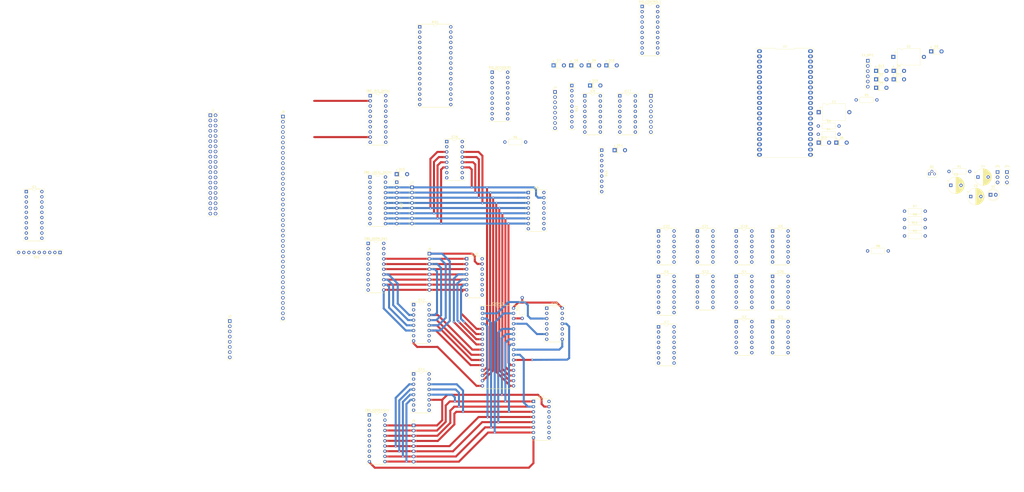
<source format=kicad_pcb>
(kicad_pcb (version 20221018) (generator pcbnew)
  (layers (0 "F.Cu" signal) (31 "B.Cu" signal) (34 "B.Paste" user) (35 "F.Paste" user) (36 "B.SilkS" user "B.Silkscreen") (37 "F.SilkS" user "F.Silkscreen") (38 "B.Mask" user) (39 "F.Mask" user) (44 "Edge.Cuts" user))
  (net 0 "")
  (net 1 "/CORE/ESP_WAIT_RESET")
  (net 2 "GND")
  (net 3 "Net-(C2-Pad1)")
  (net 4 "VCC")
  (net 5 "Net-(CACHE1-Pad1)")
  (net 6 "/CACHE/LOCAL_DATA_3")
  (net 7 "/CACHE_SEL_3")
  (net 8 "/CACHE/LOCAL_DATA_4")
  (net 9 "/CACHE_SEL_1")
  (net 10 "/CACHE/LOCAL_DATA_5")
  (net 11 "/CACHE/LOCAL_ADD_12")
  (net 12 "/CACHE/LOCAL_DATA_6")
  (net 13 "/CACHE/LOCAL_ADD_7")
  (net 14 "/CACHE/LOCAL_DATA_7")
  (net 15 "/CACHE/LOCAL_ADD_6")
  (net 16 "/CACHE/CACHE_CS")
  (net 17 "/CACHE/LOCAL_ADD_5")
  (net 18 "/CACHE/LOCAL_ADD_10")
  (net 19 "/CACHE/LOCAL_ADD_4")
  (net 20 "/CACHE/CACHE_OE")
  (net 21 "/CACHE/LOCAL_ADD_3")
  (net 22 "/CACHE/LOCAL_ADD_11")
  (net 23 "/CACHE/LOCAL_ADD_2")
  (net 24 "/CACHE/LOCAL_ADD_9")
  (net 25 "/CACHE/LOCAL_ADD_1")
  (net 26 "/CACHE/LOCAL_ADD_8")
  (net 27 "/CACHE/LOCAL_ADD_0")
  (net 28 "/CACHE_SEL_0")
  (net 29 "/CACHE/LOCAL_DATA_0")
  (net 30 "/CACHE/CACHE_WE")
  (net 31 "/CACHE/LOCAL_DATA_1")
  (net 32 "/CACHE/CACHE_CE2")
  (net 33 "/CACHE/LOCAL_DATA_2")
  (net 34 "/CACHE_SEL_2")
  (net 35 "Net-(D1-Pad1)")
  (net 36 "/CORE/Z80_ADD_CONNECT")
  (net 37 "/CORE/ESP_CONTROL_Z80")
  (net 38 "/CORE/Z80_DATA_CONNECT")
  (net 39 "Net-(D4-Pad1)")
  (net 40 "/Z80_RESET")
  (net 41 "Net-(D5-Pad1)")
  (net 42 "/CORE/ESP_INT")
  (net 43 "/Z80_WAIT")
  (net 44 "/ESP_CONTROL_BUSRQ")
  (net 45 "/Z80_BUSRQ")
  (net 46 "/ESP_CONTROL_WAIT")
  (net 47 "/ESP_CONTROL_ROMCS")
  (net 48 "/Z80_ROMCS")
  (net 49 "/Z80_NMI")
  (net 50 "/ESP_CONTROL_NMI")
  (net 51 "/Z80_HARDLOCK_RESET")
  (net 52 "Net-(D13-Pad1)")
  (net 53 "Net-(D14-Pad1)")
  (net 54 "Net-(D15-Pad1)")
  (net 55 "Net-(D16-Pad1)")
  (net 56 "/CORE/EX_SS")
  (net 57 "/CORE/EX_SCK")
  (net 58 "/CORE/EX_MISO")
  (net 59 "/CORE/EX_MOSI")
  (net 60 "/Z80_RD")
  (net 61 "/LOCAL_RD")
  (net 62 "/ESP_CONTROL_IORQ")
  (net 63 "/Z80_WR")
  (net 64 "/LOCAL_WR")
  (net 65 "/ESP_CONTROL_MEMRQ")
  (net 66 "/Z80_IORQ")
  (net 67 "/LOCAL_IORQ")
  (net 68 "Net-(IC1-Pad13)")
  (net 69 "/Z80_MEMRQ")
  (net 70 "/LOCAL_MEMRQ")
  (net 71 "/ESP_CONTROL_RD")
  (net 72 "/CORE/!ESP_HARDLOCK")
  (net 73 "/CORE/ESP_HARDLOCK")
  (net 74 "Net-(IC2-Pad8)")
  (net 75 "/WAIT_IO")
  (net 76 "/Z80_HARDLOCK_SET")
  (net 77 "Net-(IC2-Pad10)")
  (net 78 "Net-(IC13-Pad1)")
  (net 79 "Net-(IC2-Pad11)")
  (net 80 "Net-(IC2-Pad6)")
  (net 81 "/!Z80_HARDLOCK")
  (net 82 "Net-(IC3-Pad12)")
  (net 83 "/Z80_HARDLOCK")
  (net 84 "Net-(IC3-Pad11)")
  (net 85 "/CORE/PRE_Z80_HARDLOCK")
  (net 86 "Net-(IC3-Pad3)")
  (net 87 "Net-(IC3-Pad9)")
  (net 88 "Net-(IC3-Pad2)")
  (net 89 "/CORE/CLR_Z80_HARDLOCK")
  (net 90 "/ESP_IOD_CONFIG")
  (net 91 "/CACHE_DATASTATUS")
  (net 92 "/CACHE/CACHE_DATASTATUS+PERM_Z80_IORQ")
  (net 93 "Net-(IC6-Pad9)")
  (net 94 "Net-(IC7-Pad9)")
  (net 95 "Net-(IC7-Pad4)")
  (net 96 "Net-(IC7-Pad5)")
  (net 97 "Net-(IC7-Pad6)")
  (net 98 "Net-(IC7-Pad7)")
  (net 99 "Net-(IC8-Pad9)")
  (net 100 "/CORE/SPIBUS/ESP_SPI.MR")
  (net 101 "/CORE/ESP_SPI.SCK")
  (net 102 "/CORE/ESP_SPI.STC")
  (net 103 "/ESP_CONTROL_WR")
  (net 104 "/CORE/ESP_SPI.MOSI")
  (net 105 "Net-(IC10-Pad14)")
  (net 106 "/CORE/ESP_SPI.OE")
  (net 107 "Net-(IC10-Pad9)")
  (net 108 "Net-(IC11-Pad9)")
  (net 109 "/CORE/ESP_SPI.PL")
  (net 110 "Net-(IC12-Pad9)")
  (net 111 "Net-(IC12-Pad10)")
  (net 112 "Net-(IC12-Pad7)")
  (net 113 "/CORE/ESP_SPI.CE")
  (net 114 "/CORE/ESP_PULSE")
  (net 115 "/PERM_Z80_IORQ")
  (net 116 "Net-(IC13-Pad8)")
  (net 117 "Net-(IC14-Pad7)")
  (net 118 "/CORE/ESP_SPI.MISO")
  (net 119 "Net-(IC16-Pad7)")
  (net 120 "Net-(IC16-Pad9)")
  (net 121 "Net-(IC17-Pad7)")
  (net 122 "/Z80_BUSACK")
  (net 123 "/ROM_WR_PROTECT")
  (net 124 "Net-(IC19-Pad6)")
  (net 125 "/RIO/ROM_WR_PROTECT+Z80_WR")
  (net 126 "/RIO/ESP_IOD_CONFIG+Z80_WR")
  (net 127 "/RIO/ROM_D_RDY")
  (net 128 "/RIO/DEC_CE")
  (net 129 "Net-(IC20-Pad11)")
  (net 130 "/RIO/Z80_RD+ESP_IOD_CONFIG+PERM_Z80_IORQ")
  (net 131 "/RIO/DEC16")
  (net 132 "Net-(IC21-Pad6)")
  (net 133 "/CORE/IORQ_FILTER_BIT")
  (net 134 "Net-(IC21-Pad3)")
  (net 135 "/!CACHE_DATASTATUS")
  (net 136 "Net-(IC21-Pad8)")
  (net 137 "/Z80 BUS/Z80_DATA_DIR")
  (net 138 "/Z80 BUS/Z80_ADD_OE")
  (net 139 "/Z80 BUS/Z80_DATA_OE")
  (net 140 "/Z80 BUS/Z80_ADD_DIR")
  (net 141 "/RIO/Z80_A0")
  (net 142 "/RIO/Z80_A1")
  (net 143 "/RIO/Z80_A2")
  (net 144 "/RIO/Z80_A3")
  (net 145 "/RIO/Z80_A4")
  (net 146 "/RIO/Z80_A5")
  (net 147 "/RIO/Z80_A6")
  (net 148 "/RIO/Z80_A7")
  (net 149 "/RIO/Z80_D0")
  (net 150 "/RIO/Z80_D1")
  (net 151 "/RIO/Z80_D2")
  (net 152 "/RIO/Z80_D3")
  (net 153 "/RIO/Z80_D4")
  (net 154 "/RIO/Z80_D5")
  (net 155 "/RIO/Z80_D6")
  (net 156 "/RIO/Z80_D7")
  (net 157 "Net-(J1-Pad17)")
  (net 158 "Net-(J1-Pad18)")
  (net 159 "Net-(J1-Pad19)")
  (net 160 "Net-(J1-Pad20)")
  (net 161 "/RIO/Z80_A8")
  (net 162 "/RIO/Z80_A9")
  (net 163 "/RIO/Z80_A10")
  (net 164 "/RIO/Z80_A11")
  (net 165 "/RIO/Z80_A12")
  (net 166 "/RIO/Z80_A13")
  (net 167 "/RIO/Z80_A14")
  (net 168 "/RIO/Z80_A15")
  (net 169 "/Z80_A0")
  (net 170 "Net-(Q1-Pad2)")
  (net 171 "Net-(R8-Pad1)")
  (net 172 "/RIO/RIO_CE2")
  (net 173 "/RIO/DEC15")
  (net 174 "/RIO/ROM_D2")
  (net 175 "/RIO/ROM_D1")
  (net 176 "/RIO/DEC_WE")
  (net 177 "/RIO/ROM_D0")
  (net 178 "/RIO/DEC_OE")
  (net 179 "/RIO/ROM_D7")
  (net 180 "/RIO/ROM_D6")
  (net 181 "/RIO/ROM_D5")
  (net 182 "/RIO/DEC14")
  (net 183 "/RIO/ROM_D4")
  (net 184 "/RIO/ROM_D3")
  (net 185 "Net-(RIO1-Pad1)")
  (net 186 "/ESP_ROMSEL_1")
  (net 187 "/ESP_ROMSEL_0")
  (net 188 "Net-(RN1-Pad9)")
  (net 189 "Net-(RN4-Pad9)")
  (net 190 "Net-(RN4-Pad8)")
  (net 191 "Net-(RN4-Pad7)")
  (net 192 "Net-(RN4-Pad6)")
  (net 193 "/CORE/SD_CARD_SS")
  (net 194 "Net-(U1-Pad17)")
  (net 195 "Net-(U1-Pad16)")
  (net 196 "Net-(U1-Pad27)")
  (net 197 "Net-(U1-Pad29)")
  (net 198 "Net-(U1-Pad30)")
  (net 199 "Net-(U1-Pad7)")
  (net 200 "Net-(U1-Pad36)")
  (net 201 "Net-(U1-Pad6)")
  (net 202 "Net-(U1-Pad37)")
  (net 203 "Net-(U1-Pad5)")
  (net 204 "Net-(U1-Pad2)")
  (net 205 "Net-(U1-Pad1)")
  (net 206 "Net-(J8-Pad40)")
  (net 207 "Net-(J8-Pad39)")
  (net 208 "Net-(J8-Pad38)")
  (net 209 "Net-(J8-Pad37)")
  (net 210 "Net-(J8-Pad36)")
  (footprint "Capacitor_THT:CP_Radial_D8.0mm_P5.00mm" (layer "F.Cu") (at 349.519699 48.965001)
    (fp_text reference "C3")
    (fp_text value "10 uf")
  )
  (footprint "Capacitor_THT:CP_Radial_D8.0mm_P5.00mm" (layer "F.Cu") (at 362.829699 44.915001)
    (fp_text reference "C4")
    (fp_text value ".1 uf")
  )
  (footprint "Capacitor_THT:CP_Radial_D8.0mm_P5.00mm" (layer "F.Cu") (at 359.259699 54.465001)
    (fp_text reference "C5")
    (fp_text value ".1 uf")
  )
  (footprint "LED_THT:LED_D5.0mm" (layer "F.Cu") (at 369.005001 53.615001)
    (fp_text reference "D1")
    (fp_text value "POWER_LED")
  )
  (footprint "Diode_THT:D_T-1_P5.08mm_Horizontal" (layer "F.Cu") (at 154.845001 -9.854999)
    (fp_text reference "D7")
    (fp_text value "1N4148")
  )
  (footprint "Diode_THT:D_T-1_P5.08mm_Horizontal" (layer "F.Cu") (at 163.475001 -9.854999)
    (fp_text reference "D8")
    (fp_text value "1N4148")
  )
  (footprint "Diode_THT:D_T-1_P5.08mm_Horizontal" (layer "F.Cu") (at 172.105001 -9.854999)
    (fp_text reference "D9")
    (fp_text value "1N4148")
  )
  (footprint "Diode_THT:D_T-1_P5.08mm_Horizontal" (layer "F.Cu") (at 180.735001 -9.854999)
    (fp_text reference "D10")
    (fp_text value "1N4148")
  )
  (footprint "Diode_THT:D_T-1_P5.08mm_Horizontal" (layer "F.Cu") (at 184.785 31.75)
    (fp_text reference "D14")
    (fp_text value "1N4148")
  )
  (footprint "Package_DIP:DIP-20_W7.62mm_Socket" (layer "F.Cu") (at -103.505 52.07)
    (fp_text reference "IC1")
    (fp_text value "74244N")
  )
  (footprint "Package_DIP:DIP-14_W7.62mm_Socket" (layer "F.Cu") (at 151.5 109.25)
    (fp_text reference "IC15")
    (fp_text value "7408N")
  )
  (footprint "Connector_PinHeader_2.54mm:PinHeader_2x20_P2.54mm_Vertical" (layer "F.Cu") (at -13.335 14.605)
    (fp_text reference "J1")
    (fp_text value "HOST SYSTEM HEADER")
  )
  (footprint "Connector_PinSocket_2.54mm:PinSocket_1x03_P2.54mm_Vertical" (layer "F.Cu") (at 372.425001 42.465001)
    (fp_text reference "JP1")
    (fp_text value "PINHD-ADDR_FILTER")
  )
  (footprint "Connector_PinSocket_2.54mm:PinSocket_1x03_P2.54mm_Vertical" (layer "F.Cu") (at 377.025001 42.465001)
    (fp_text reference "JP4")
    (fp_text value "PINHD-POWER/RESET")
  )
  (footprint "Package_TO_SOT_THT:TO-92" (layer "F.Cu") (at 338.995001 43.395001)
    (fp_text reference "Q1")
    (fp_text value "2N2222 (BC337)")
  )
  (footprint "Resistor_THT:R_Axial_DIN0207_L6.3mm_D2.5mm_P10.16mm_Horizontal" (layer "F.Cu") (at 348.625001 42.165001)
    (fp_text reference "R1")
    (fp_text value "1K")
  )
  (footprint "Resistor_THT:R_Axial_DIN0207_L6.3mm_D2.5mm_P10.16mm_Horizontal" (layer "F.Cu") (at 326.835001 73.815001)
    (fp_text reference "R2")
    (fp_text value "1K")
  )
  (footprint "Resistor_THT:R_Axial_DIN0207_L6.3mm_D2.5mm_P10.16mm_Horizontal" (layer "F.Cu") (at 131 27.75)
    (fp_text reference "R6")
    (fp_text value "22K")
  )
  (footprint "Resistor_THT:R_Axial_DIN0207_L6.3mm_D2.5mm_P10.16mm_Horizontal" (layer "F.Cu") (at 326.835001 61.665001)
    (fp_text reference "R7")
    (fp_text value "1K")
  )
  (footprint "Resistor_THT:R_Axial_DIN0207_L6.3mm_D2.5mm_P10.16mm_Horizontal" (layer "F.Cu") (at 308.735001 81.165001)
    (fp_text reference "R8")
    (fp_text value "10K")
  )
  (footprint "Resistor_THT:R_Axial_DIN0207_L6.3mm_D2.5mm_P10.16mm_Horizontal" (layer "F.Cu") (at 326.835001 65.715001)
    (fp_text reference "R9")
    (fp_text value "10K")
  )
  (footprint "Resistor_THT:R_Axial_DIN0207_L6.3mm_D2.5mm_P10.16mm_Horizontal" (layer "F.Cu") (at 139.5 114.25 90)
    (fp_text reference "R10")
    (fp_text value "10K")
  )
  (footprint "Resistor_THT:R_Axial_DIN0207_L6.3mm_D2.5mm_P10.16mm_Horizontal" (layer "F.Cu") (at 326.835001 69.765001)
    (fp_text reference "R11")
    (fp_text value "10K")
  )
  (footprint "Package_DIP:DIP-20_W7.62mm_Socket" (layer "F.Cu") (at 124.75 -6.5)
    (fp_text reference "RIO_DECODER1")
    (fp_text value "74245N")
  )
  (footprint "Resistor_THT:R_Array_SIP9" (layer "F.Cu") (at -86.995 81.915 180)
    (fp_text reference "RN1")
    (fp_text value "4609M-101-103LF")
  )
  (footprint "Resistor_THT:R_Array_SIP9" (layer "F.Cu") (at 178.435 31.75 -90)
    (fp_text reference "RN4")
    (fp_text value "4609M-101-103LF")
  )
  (footprint "Package_DIP:DIP-20_W7.62mm_Socket" (layer "F.Cu") (at 65 5)
    (fp_text reference "Z80-RIO_DATA1")
    (fp_text value "74245N")
  )
  (footprint "Package_DIP:DIP-20_W7.62mm_Socket" (layer "F.Cu") (at 64 77.46)
    (fp_text reference "Z80_ADDRLOW1")
    (fp_text value "74245N")
  )
  (footprint "Connector_PinHeader_2.54mm:PinHeader_1x08_P2.54mm_Vertical" (layer "F.Cu") (at -3.81 115.57)
    (fp_text reference "J2")
    (fp_text value "DIAG-ESP_SPI")
  )
  (footprint "Connector_PinHeader_2.54mm:PinHeader_1x40_P2.54mm_Vertical" (layer "F.Cu") (at 22.225 15.24)
    (fp_text reference "J8")
    (fp_text value "DIAG-HOST_SYSTEM_BUS")
  )
  (footprint "Package_DIP:DIP-32_W15.24mm_Socket" (layer "F.Cu") (at 89.25 -28.75)
    (fp_text reference "RIO1")
    (fp_text value "AS6C1008-55PCN")
  )
  (footprint "Connector_PinHeader_2.54mm:PinHeader_1x08_P2.54mm_Vertical" (layer "F.Cu") (at 155.575 3.175)
    (fp_text reference "J4")
    (fp_text value "DIAG-ESP_CONTROL")
  )
  (footprint "Connector_PinHeader_2.54mm:PinHeader_1x08_P2.54mm_Vertical" (layer "F.Cu") (at 202.565 5.08)
    (fp_text reference "J3")
    (fp_text value "DIAG-Z80_CONTROL")
  )
  (footprint "Diode_THT:D_T-1_P5.08mm_Horizontal" (layer "F.Cu") (at 172.72 0)
    (fp_text reference "D16")
    (fp_text value "1N4148")
  )
  (footprint "Package_DIP:DIP-16_W7.62mm_Socket" (layer "F.Cu") (at 187.325 5.08)
    (fp_text reference "IC17")
    (fp_text value "74165N")
  )
  (footprint "Resistor_THT:R_Array_SIP9" (layer "F.Cu") (at 163.83 0 -90)
    (fp_text reference "RN3")
    (fp_text value "4609M-101-103LF")
  )
  (footprint "Package_DIP:DIP-16_W7.62mm_Socket" (layer "F.Cu") (at 170.18 5.08)
    (fp_text reference "IC9")
    (fp_text value "74595N")
  )
  (footprint "Capacitor_THT:CP_Axial_L11.0mm_D8.0mm_P15.00mm_Horizontal" (layer "F.Cu") (at 321.345001 -14.009999)
    (fp_text reference "C2")
    (fp_text value "10UF")
  )
  (footprint "Diode_THT:D_T-1_P5.08mm_Horizontal" (layer "F.Cu") (at 321.525001 -3.009999)
    (fp_text reference "D11")
    (fp_text value "1N4148")
  )
  (footprint "Diode_THT:D_T-1_P5.08mm_Horizontal" (layer "F.Cu") (at 312.895001 -7.159999)
    (fp_text reference "D13")
    (fp_text value "1N4148")
  )
  (footprint "Resistor_THT:R_Axial_DIN0207_L6.3mm_D2.5mm_P10.16mm_Horizontal" (layer "F.Cu") (at 284.595001 19.890001)
    (fp_text reference "R3")
    (fp_text value "22K")
  )
  (footprint "Diode_THT:D_T-1_P5.08mm_Horizontal" (layer "F.Cu") (at 321.525001 -7.159999)
    (fp_text reference "D4")
    (fp_text value "1N4148")
  )
  (footprint "Diode_THT:D_T-1_P5.08mm_Horizontal" (layer "F.Cu") (at 312.895001 -3.009999)
    (fp_text reference "D2")
    (fp_text value "1N4148")
  )
  (footprint "Diode_THT:D_T-1_P5.08mm_Horizontal" (layer "F.Cu") (at 339.895001 -16.709999)
    (fp_text reference "D3")
    (fp_text value "1N4148")
  )
  (footprint "Capacitor_THT:CP_Axial_L11.0mm_D8.0mm_P15.00mm_Horizontal" (layer "F.Cu") (at 284.795001 13.090001)
    (fp_text reference "C1")
    (fp_text value "10UF")
  )
  (footprint "Diode_THT:D_T-1_P5.08mm_Horizontal" (layer "F.Cu") (at 293.425001 28.040001)
    (fp_text reference "D6")
    (fp_text value "1N4148")
  )
  (footprint "Diode_THT:D_T-1_P5.08mm_Horizontal" (layer "F.Cu") (at 312.895001 1.140001)
    (fp_text reference "D5")
    (fp_text value "1N4148")
  )
  (footprint "esp32-wrover:FREENOVE_ESP32-WROVER-DEV" (layer "F.Cu") (at 268.260001 7.305001)
    (fp_text reference "U1")
    (fp_text value "FREENOVE_ESP32-WROVER-DEV")
  )
  (footprint "Connector_PinSocket_2.54mm:PinSocket_1x06_P2.54mm_Vertical" (layer "F.Cu") (at 308.845001 -12.109999)
    (fp_text reference "EX_SPI1")
    (fp_text value "PINHD-1X6")
  )
  (footprint "Resistor_THT:R_Axial_DIN0207_L6.3mm_D2.5mm_P10.16mm_Horizontal" (layer "F.Cu") (at 284.595001 23.940001)
    (fp_text reference "R4")
    (fp_text value "22K")
  )
  (footprint "Diode_THT:D_T-1_P5.08mm_Horizontal" (layer "F.Cu") (at 284.795001 28.040001)
    (fp_text reference "D12")
    (fp_text value "1N4148")
  )
  (footprint "Resistor_THT:R_Axial_DIN0207_L6.3mm_D2.5mm_P10.16mm_Horizontal" (layer "F.Cu") (at 303.145001 7.090001)
    (fp_text reference "R5")
    (fp_text value "22K")
  )
  (footprint "Package_DIP:DIP-20_W7.62mm_Socket" (layer "F.Cu") (at 198.25 -38.75)
    (fp_text reference "RIO_CONTROL1")
    (fp_text value "74244N")
  )
  (footprint "Package_DIP:DIP-16_W7.62mm_Socket" (layer "F.Cu") (at 86.25 107.5)
    (fp_text reference "IC12")
    (fp_text value "74165N")
  )
  (footprint "Package_DIP:DIP-16_W7.62mm_Socket" (layer "F.Cu") (at 86.25 141.5)
    (fp_text reference "IC14")
    (fp_text value "74165N")
  )
  (footprint "Package_DIP:DIP-20_W7.62mm_Socket" (layer "F.Cu") (at 64.5922 161.6202)
    (fp_text reference "Z80_ADDRHIGH1")
    (fp_text value "74245N")
  )
  (footprint "Connector_PinHeader_2.54mm:PinHeader_1x08_P2.54mm_Vertical" (layer "F.Cu") (at 86.25 166.75)
    (fp_text reference "J5")
    (fp_text value "DIAG-LOCAL_ADD_HIGH")
  )
  (footprint "Package_DIP:DIP-16_W7.62mm_Socket" (layer "F.Cu") (at 145 155)
    (fp_text reference "IC11")
    (fp_text value "74595N")
  )
  (footprint "Connector_PinHeader_2.54mm:PinHeader_1x08_P2.54mm_Vertical" (layer "F.Cu") (at 94 82.5)
    (fp_text reference "J6")
    (fp_text value "DIAG-LOCAL_ADD_LOW")
  )
  (footprint "Package_DIP:DIP-32_W15.24mm_Socket" (layer "F.Cu") (at 120 109.25)
    (fp_text reference "CACHE1")
    (fp_text value "AS6C1008-55PCN")
  )
  (footprint "Package_DIP:DIP-16_W7.62mm_Socket" (layer "F.Cu") (at 206.29 93.61)
    (fp_text reference "IC6")
    (fp_text value "74590N")
  )
  (footprint "Package_DIP:DIP-14_W7.62mm_Socket" (layer "F.Cu") (at 262.17 115.835)
    (fp_text reference "IC3")
    (fp_text value "7474N")
  )
  (footprint "Package_DIP:DIP-14_W7.62mm_Socket" (layer "F.Cu") (at 225.34 93.61)
    (fp_text reference "IC13")
    (fp_text value "7432N")
  )
  (footprint "Package_DIP:DIP-14_W7.62mm_Socket" (layer "F.Cu") (at 225.34 71.385)
    (fp_text reference "IC21")
    (fp_text value "7432N")
  )
  (footprint "Package_DIP:DIP-14_W7.62mm_Socket" (layer "F.Cu") (at 244.39 115.835)
    (fp_text reference "IC2")
    (fp_text value "7404N")
  )
  (footprint "Package_DIP:DIP-14_W7.62mm_Socket" (layer "F.Cu") (at 244.39 71.385)
    (fp_text reference "IC19")
    (fp_text value "7432N")
  )
  (footprint "Package_DIP:DIP-14_W7.62mm_Socket" (layer "F.Cu") (at 262.17 93.61)
    (fp_text reference "IC20")
    (fp_text value "7408N")
  )
  (footprint "Package_DIP:DIP-14_W7.62mm_Socket" (layer "F.Cu") (at 206.29 71.385)
    (fp_text reference "IC22")
    (fp_text value "7432N")
  )
  (footprint "Package_DIP:DIP-14_W7.62mm_Socket" (layer "F.Cu") (at 262.17 71.385)
    (fp_text reference "IC5")
    (fp_text value "7408N")
  )
  (footprint "Package_DIP:DIP-14_W7.62mm_Socket" (layer "F.Cu") (at 244.39 93.61)
    (fp_text reference "IC4")
    (fp_text value "7432N")
  )
  (footprint "Package_DIP:DIP-16_W7.62mm_Socket" (layer "F.Cu") (at 206.29 118.375)
    (fp_text reference "IC7")
    (fp_text value "74590N")
  )
  (footprint "Package_DIP:DIP-16_W7.62mm_Socket" (layer "F.Cu") (at 112.25 85)
    (fp_text reference "IC10")
    (fp_text value "74595N")
  )
  (footprint "Package_DIP:DIP-16_W7.62mm_Socket" (layer "F.Cu") (at 142.5 52.5)
    (fp_text reference "IC8")
    (fp_text value "74595N")
  )
  (footprint "Package_DIP:DIP-16_W7.62mm_Socket" (layer "F.Cu") (at 102.5 27.5)
    (fp_text reference "IC16")
    (fp_text value "74165N")
  )
  (footprint "Connector_PinHeader_2.54mm:PinHeader_1x08_P2.54mm_Vertical" (layer "F.Cu") (at 85.5 49.96)
    (fp_text reference "J7")
    (fp_text value "DIAG-LOCAL_DATA")
  )
  (footprint "Diode_THT:D_T-1_P5.08mm_Horizontal" (layer "F.Cu") (at 78 43.5)
    (fp_text reference "D15")
    (fp_text value "1N4148")
  )
  (footprint "Resistor_THT:R_Array_SIP9" (layer "F.Cu") (at 78 47.46 -90)
    (fp_text reference "RN2")
    (fp_text value "4609M-101-103LF")
  )
  (footprint "Package_DIP:DIP-20_W7.62mm_Socket" (layer "F.Cu") (at 64.88 44.92)
    (fp_text reference "Z80-LOCAL_DATA1")
    (fp_text value "74245N")
  )
  (segment (start 145 185.25) (end 145 172.78) (width 1) (layer "F.Cu") (net 0))
  (segment (start 67.25 187.5) (end 142.75 187.5) (width 1) (layer "F.Cu") (net 0))
  (segment (start 64.5922 184.8422) (end 67.25 187.5) (width 1) (layer "F.Cu") (net 0))
  (segment (start 64.5922 184.4802) (end 64.5922 184.8422) (width 1) (layer "F.Cu") (net 0))
  (segment (start 142.75 187.5) (end 145 185.25) (width 1) (layer "F.Cu") (net 0))
  (segment (start 88 128.25) (end 98 128.25) (width 1) (layer "F.Cu") (net 2))
  (segment (start 86.25 126.5) (end 88 128.25) (width 1) (layer "F.Cu") (net 2))
  (segment (start 86.25 125.28) (end 86.25 126.5) (width 1) (layer "F.Cu") (net 2))
  (segment (start 120 147.35) (end 117.1 147.35) (width 1) (layer "F.Cu") (net 2))
  (segment (start 117.1 147.35) (end 98 128.25) (width 1) (layer "F.Cu") (net 2))
  (segment (start 139.5 106.5) (end 156.37 106.5) (width 1) (layer "F.Cu") (net 4))
  (segment (start 135.24 109.25) (end 135.24 108.76) (width 1) (layer "F.Cu") (net 4))
  (segment (start 135.24 108.76) (end 137.5 106.5) (width 1) (layer "F.Cu") (net 4))
  (segment (start 139.5 104.09) (end 139.5 106.5) (width 1) (layer "F.Cu") (net 4))
  (segment (start 137.5 106.5) (end 139.5 106.5) (width 1) (layer "F.Cu") (net 4))
  (segment (start 156.37 106.5) (end 159.12 109.25) (width 1) (layer "F.Cu") (net 4))
  (segment (start 120 57.75) (end 120 57.75) (width 1) (layer "F.Cu") (net 6))
  (segment (start 120 34.5) (end 120 57.75) (width 1) (layer "F.Cu") (net 6))
  (segment (start 126.75 61) (end 126.75 57.75) (width 1) (layer "F.Cu") (net 6))
  (segment (start 135.24 147.35) (end 133.6 147.35) (width 1) (layer "F.Cu") (net 6))
  (segment (start 118.08 32.58) (end 120 34.5) (width 1) (layer "F.Cu") (net 6))
  (segment (start 126.75 140.5) (end 126.75 61) (width 1) (layer "F.Cu") (net 6))
  (segment (start 133.6 147.35) (end 126.75 140.5) (width 1) (layer "F.Cu") (net 6))
  (segment (start 126.75 57.75) (end 126.88 57.62) (width 1) (layer "F.Cu") (net 6))
  (segment (start 110.12 32.58) (end 118.08 32.58) (width 1) (layer "F.Cu") (net 6))
  (via (at 120 57.75) (size 1) (drill 0.5) (layers "F.Cu" "B.Cu") (net 6))
  (via (at 126.88 57.62) (size 1) (drill 0.5) (layers "F.Cu" "B.Cu") (net 6))
  (segment (start 119.88 57.62) (end 126.88 57.62) (width 1) (layer "B.Cu") (net 6))
  (segment (start 72.5 57.62) (end 119.88 57.62) (width 1) (layer "B.Cu") (net 6))
  (segment (start 142.46 57.62) (end 142.5 57.58) (width 1) (layer "B.Cu") (net 6))
  (segment (start 126.88 57.62) (end 142.46 57.62) (width 1) (layer "B.Cu") (net 6))
  (segment (start 132.75 106.25) (end 140.75 106.25) (width 1) (layer "B.Cu") (net 7))
  (segment (start 142.25 107.75) (end 142.25 113) (width 1) (layer "B.Cu") (net 7))
  (segment (start 140.75 106.25) (end 142.25 107.75) (width 1) (layer "B.Cu") (net 7))
  (segment (start 127.21 111.79) (end 132.75 106.25) (width 1) (layer "B.Cu") (net 7))
  (segment (start 143.58 114.33) (end 151.5 114.33) (width 1) (layer "B.Cu") (net 7))
  (segment (start 120 111.79) (end 127.21 111.79) (width 1) (layer "B.Cu") (net 7))
  (segment (start 142.25 113) (end 143.58 114.33) (width 1) (layer "B.Cu") (net 7))
  (segment (start 94.5 60.25) (end 94.5 60.25) (width 1) (layer "F.Cu") (net 8))
  (segment (start 133.31 144.81) (end 128.25 139.75) (width 1) (layer "F.Cu") (net 8))
  (segment (start 97.92 32.58) (end 94.5 36) (width 1) (layer "F.Cu") (net 8))
  (segment (start 94.5 36) (end 94.5 60.25) (width 1) (layer "F.Cu") (net 8))
  (segment (start 128.25 62.75) (end 128.25 60.25) (width 1) (layer "F.Cu") (net 8))
  (segment (start 135.24 144.81) (end 133.31 144.81) (width 1) (layer "F.Cu") (net 8))
  (segment (start 128.25 60.25) (end 128.38 60.12) (width 1) (layer "F.Cu") (net 8))
  (segment (start 128.25 139.75) (end 128.25 62.75) (width 1) (layer "F.Cu") (net 8))
  (segment (start 102.5 32.58) (end 97.92 32.58) (width 1) (layer "F.Cu") (net 8))
  (via (at 94.5 60.25) (size 1) (drill 0.5) (layers "F.Cu" "B.Cu") (net 8))
  (via (at 128.38 60.12) (size 1) (drill 0.5) (layers "F.Cu" "B.Cu") (net 8))
  (segment (start 128.38 60.12) (end 72.54 60.12) (width 1) (layer "B.Cu") (net 8))
  (segment (start 72.54 60.12) (end 72.5 60.16) (width 1) (layer "B.Cu") (net 8))
  (segment (start 142.5 60.12) (end 128.38 60.12) (width 1) (layer "B.Cu") (net 8))
  (segment (start 81.01 181.99) (end 72.262 181.99) (width 1) (layer "F.Cu") (net 9))
  (segment (start 145 167.7) (end 121.3 167.7) (width 1) (layer "F.Cu") (net 9))
  (segment (start 107.01 181.99) (end 86.25 181.99) (width 1) (layer "F.Cu") (net 9))
  (segment (start 86.25 181.99) (end 81.01 181.99) (width 1) (layer "F.Cu") (net 9))
  (segment (start 72.262 181.99) (end 72.2122 181.9402) (width 1) (layer "F.Cu") (net 9))
  (segment (start 121.3 167.7) (end 107.01 181.99) (width 1) (layer "F.Cu") (net 9))
  (via (at 81.01 181.99) (size 1) (drill 0.5) (layers "F.Cu" "B.Cu") (net 9))
  (via (at 124.25 167.75) (size 1) (drill 0.5) (layers "F.Cu" "B.Cu") (net 9))
  (segment (start 124.25 167.75) (end 124.25 167.75) (width 1) (layer "B.Cu") (net 9))
  (segment (start 124.25 116.5) (end 124.25 148.5) (width 1) (layer "B.Cu") (net 9))
  (segment (start 120 114.33) (end 122.08 114.33) (width 1) (layer "B.Cu") (net 9))
  (segment (start 122.08 114.33) (end 124.25 116.5) (width 1) (layer "B.Cu") (net 9))
  (segment (start 81 155.25) (end 81 182) (width 1) (layer "B.Cu") (net 9))
  (segment (start 84.59 151.66) (end 81 155.25) (width 1) (layer "B.Cu") (net 9))
  (segment (start 86.25 151.66) (end 84.59 151.66) (width 1) (layer "B.Cu") (net 9))
  (segment (start 124.25 148.5) (end 124.25 167.75) (width 1) (layer "B.Cu") (net 9))
  (segment (start 96.25 62.75) (end 96.25 62.75) (width 1) (layer "F.Cu") (net 10))
  (segment (start 129.75 62.75) (end 129.8 62.7) (width 1) (layer "F.Cu") (net 10))
  (segment (start 135.24 142.27) (end 133.02 142.27) (width 1) (layer "F.Cu") (net 10))
  (segment (start 129.75 64.25) (end 129.75 62.75) (width 1) (layer "F.Cu") (net 10))
  (segment (start 96.25 37.5) (end 96.25 62.75) (width 1) (layer "F.Cu") (net 10))
  (segment (start 129.75 139) (end 129.75 64.25) (width 1) (layer "F.Cu") (net 10))
  (segment (start 98.63 35.12) (end 96.25 37.5) (width 1) (layer "F.Cu") (net 10))
  (segment (start 133.02 142.27) (end 129.75 139) (width 1) (layer "F.Cu") (net 10))
  (segment (start 102.5 35.12) (end 98.63 35.12) (width 1) (layer "F.Cu") (net 10))
  (via (at 96.25 62.75) (size 1) (drill 0.5) (layers "F.Cu" "B.Cu") (net 10))
  (via (at 129.8 62.7) (size 1) (drill 0.5) (layers "F.Cu" "B.Cu") (net 10))
  (segment (start 72.5 62.7) (end 129.8 62.7) (width 1) (layer "B.Cu") (net 10))
  (segment (start 142.46 62.7) (end 142.5 62.66) (width 1) (layer "B.Cu") (net 10))
  (segment (start 129.8 62.7) (end 142.46 62.7) (width 1) (layer "B.Cu") (net 10))
  (segment (start 103.84 176.91) (end 86.25 176.91) (width 1) (layer "F.Cu") (net 11))
  (segment (start 72.262 176.91) (end 72.2122 176.8602) (width 1) (layer "F.Cu") (net 11))
  (segment (start 118.13 162.62) (end 103.84 176.91) (width 1) (layer "F.Cu") (net 11))
  (segment (start 86.25 176.91) (end 72.262 176.91) (width 1) (layer "F.Cu") (net 11))
  (segment (start 145 162.62) (end 118.13 162.62) (width 1) (layer "F.Cu") (net 11))
  (via (at 77.5 177) (size 1) (drill 0.5) (layers "F.Cu" "B.Cu") (net 11))
  (via (at 122.5 162.75) (size 1) (drill 0.5) (layers "F.Cu" "B.Cu") (net 11))
  (segment (start 77.5 177) (end 77.5 177) (width 1) (layer "B.Cu") (net 11))
  (segment (start 122.5 162.75) (end 122.5 162.75) (width 1) (layer "B.Cu") (net 11))
  (segment (start 77.5 153.25) (end 77.5 177) (width 1) (layer "B.Cu") (net 11))
  (segment (start 121.12 116.87) (end 122.5 118.25) (width 1) (layer "B.Cu") (net 11))
  (segment (start 86.25 146.58) (end 84.17 146.58) (width 1) (layer "B.Cu") (net 11))
  (segment (start 120 116.87) (end 121.12 116.87) (width 1) (layer "B.Cu") (net 11))
  (segment (start 122.5 118.25) (end 122.5 148.5) (width 1) (layer "B.Cu") (net 11))
  (segment (start 84.17 146.58) (end 77.5 153.25) (width 1) (layer "B.Cu") (net 11))
  (segment (start 122.5 148.5) (end 122.5 162.75) (width 1) (layer "B.Cu") (net 11))
  (segment (start 77.5 177) (end 77.5 176.99999) (width 1) (layer "B.Cu") (net 11))
  (segment (start 98 65.25) (end 98 65.25) (width 1) (layer "F.Cu") (net 12))
  (segment (start 102.5 37.66) (end 99.59 37.66) (width 1) (layer "F.Cu") (net 12))
  (segment (start 131.25 138) (end 131.25 66.5) (width 1) (layer "F.Cu") (net 12))
  (segment (start 131.25 66.5) (end 131.25 65.25) (width 1) (layer "F.Cu") (net 12))
  (segment (start 132.98 139.73) (end 131.25 138) (width 1) (layer "F.Cu") (net 12))
  (segment (start 99.59 37.66) (end 98 39.25) (width 1) (layer "F.Cu") (net 12))
  (segment (start 98 39.25) (end 98 65.25) (width 1) (layer "F.Cu") (net 12))
  (segment (start 131.25 65.25) (end 131.3 65.2) (width 1) (layer "F.Cu") (net 12))
  (segment (start 135.24 139.73) (end 132.98 139.73) (width 1) (layer "F.Cu") (net 12))
  (via (at 98 65.25) (size 1) (drill 0.5) (layers "F.Cu" "B.Cu") (net 12))
  (via (at 131.3 65.2) (size 1) (drill 0.5) (layers "F.Cu" "B.Cu") (net 12))
  (segment (start 131.3 65.2) (end 72.54 65.2) (width 1) (layer "B.Cu") (net 12))
  (segment (start 131.3 65.2) (end 142.5 65.2) (width 1) (layer "B.Cu") (net 12))
  (segment (start 72.54 65.2) (end 72.5 65.24) (width 1) (layer "B.Cu") (net 12))
  (segment (start 112.25 100.24) (end 71.7 100.24) (width 1) (layer "F.Cu") (net 13))
  (segment (start 109.5 111.75) (end 117.16 119.41) (width 1) (layer "F.Cu") (net 13))
  (segment (start 110.76 100.24) (end 109.5 101.5) (width 1) (layer "F.Cu") (net 13))
  (segment (start 109.5 101.5) (end 109.5 111.75) (width 1) (layer "F.Cu") (net 13))
  (segment (start 71.7 100.24) (end 71.62 100.32) (width 1) (layer "F.Cu") (net 13))
  (segment (start 112.25 100.24) (end 110.76 100.24) (width 1) (layer "F.Cu") (net 13))
  (segment (start 117.16 119.41) (end 120 119.41) (width 1) (layer "F.Cu") (net 13))
  (segment (start 85.09 120.65) (end 85.09 120.015) (width 0.25) (layer "B.Cu") (net 13))
  (segment (start 82.45 120.2) (end 86.25 120.2) (width 1) (layer "B.Cu") (net 13))
  (segment (start 71.62 109.37) (end 82.45 120.2) (width 1) (layer "B.Cu") (net 13))
  (segment (start 71.62 100.32) (end 71.62 109.37) (width 1) (layer "B.Cu") (net 13))
  (segment (start 100.8 40.2) (end 99.75 41.25) (width 1) (layer "F.Cu") (net 14))
  (segment (start 132.75 67.75) (end 132.76 67.74) (width 1) (layer "F.Cu") (net 14))
  (segment (start 132.75 136) (end 132.75 69) (width 1) (layer "F.Cu") (net 14))
  (segment (start 99.75 41.25) (end 99.75 67.75) (width 1) (layer "F.Cu") (net 14))
  (segment (start 102.5 40.2) (end 100.8 40.2) (width 1) (layer "F.Cu") (net 14))
  (segment (start 133.94 137.19) (end 132.75 136) (width 1) (layer "F.Cu") (net 14))
  (segment (start 132.75 69) (end 132.75 67.75) (width 1) (layer "F.Cu") (net 14))
  (segment (start 135.24 137.19) (end 133.94 137.19) (width 1) (layer "F.Cu") (net 14))
  (via (at 99.76 67.74) (size 1) (drill 0.5) (layers "F.Cu" "B.Cu") (net 14))
  (via (at 132.76 67.74) (size 1) (drill 0.5) (layers "F.Cu" "B.Cu") (net 14))
  (segment (start 99.76 67.74) (end 72.54 67.74) (width 1) (layer "B.Cu") (net 14))
  (segment (start 132.76 67.74) (end 99.76 67.74) (width 1) (layer "B.Cu") (net 14))
  (segment (start 132.76 67.74) (end 142.5 67.74) (width 1) (layer "B.Cu") (net 14))
  (segment (start 72.54 67.74) (end 72.5 67.78) (width 1) (layer "B.Cu") (net 14))
  (segment (start 111 116) (end 111 116) (width 1) (layer "F.Cu") (net 15))
  (segment (start 71.7 97.7) (end 71.62 97.78) (width 1) (layer "F.Cu") (net 15))
  (segment (start 112.25 97.7) (end 71.7 97.7) (width 1) (layer "F.Cu") (net 15))
  (segment (start 116.95 121.95) (end 111 116) (width 1) (layer "F.Cu") (net 15))
  (segment (start 120 121.95) (end 116.95 121.95) (width 1) (layer "F.Cu") (net 15))
  (via (at 111 116) (size 1) (drill 0.5) (layers "F.Cu" "B.Cu") (net 15))
  (segment (start 109.5 99) (end 109.5 114.5) (width 1) (layer "B.Cu") (net 15))
  (segment (start 82.91 117.66) (end 74.25 109) (width 1) (layer "B.Cu") (net 15))
  (segment (start 110.8 97.7) (end 109.5 99) (width 1) (layer "B.Cu") (net 15))
  (segment (start 86.25 117.66) (end 82.91 117.66) (width 1) (layer "B.Cu") (net 15))
  (segment (start 71.62 97.78) (end 73.28 97.78) (width 1) (layer "B.Cu") (net 15))
  (segment (start 73.28 97.78) (end 74.25 98.75) (width 1) (layer "B.Cu") (net 15))
  (segment (start 74.25 98.75) (end 74.25 109) (width 1) (layer "B.Cu") (net 15))
  (segment (start 112.25 97.7) (end 110.8 97.7) (width 1) (layer "B.Cu") (net 15))
  (segment (start 109.5 114.5) (end 111 116) (width 1) (layer "B.Cu") (net 15))
  (segment (start 144.405526 134.594474) (end 135.24 134.65) (width 1) (layer "F.Cu") (net 16))
  (via (at 144.405526 134.594474) (size 1) (drill 0.5) (layers "F.Cu" "B.Cu") (net 16))
  (segment (start 161.12 116.87) (end 159.12 116.87) (width 1) (layer "B.Cu") (net 16))
  (segment (start 161.5 134.5) (end 162.5 133.75) (width 1) (layer "B.Cu") (net 16))
  (segment (start 162.5 133.75) (end 162.5 118.25) (width 1) (layer "B.Cu") (net 16))
  (segment (start 144.405526 134.594474) (end 161.5 134.5) (width 1) (layer "B.Cu") (net 16))
  (segment (start 162.5 118.25) (end 161.12 116.87) (width 1) (layer "B.Cu") (net 16))
  (segment (start 108.5 116) (end 108.5 116) (width 1) (layer "F.Cu") (net 17))
  (segment (start 112.17 95.24) (end 112.25 95.16) (width 1) (layer "F.Cu") (net 17))
  (segment (start 120 124.49) (end 116.99 124.49) (width 1) (layer "F.Cu") (net 17))
  (segment (start 116.99 124.49) (end 108.5 116) (width 1) (layer "F.Cu") (net 17))
  (segment (start 71.62 95.24) (end 112.17 95.24) (width 1) (layer "F.Cu") (net 17))
  (via (at 108.5 116) (size 1) (drill 0.5) (layers "F.Cu" "B.Cu") (net 17))
  (segment (start 107.75 97) (end 107.75 115.25) (width 1) (layer "B.Cu") (net 17))
  (segment (start 107.75 115.25) (end 108.5 116) (width 1) (layer "B.Cu") (net 17))
  (segment (start 83.62 115.12) (end 86.25 115.12) (width 1) (layer "B.Cu") (net 17))
  (segment (start 76.25 107.75) (end 83.62 115.12) (width 1) (layer "B.Cu") (net 17))
  (segment (start 73.49 95.24) (end 76.25 98) (width 1) (layer "B.Cu") (net 17))
  (segment (start 110 95.16) (end 107.75 97) (width 1) (layer "B.Cu") (net 17))
  (segment (start 71.62 95.24) (end 73.49 95.24) (width 1) (layer "B.Cu") (net 17))
  (segment (start 112.25 95.16) (end 110 95.16) (width 1) (layer "B.Cu") (net 17))
  (segment (start 76.25 98) (end 76.25 107.75) (width 1) (layer "B.Cu") (net 17))
  (segment (start 107.96 157.54) (end 106.21 157.54) (width 1) (layer "F.Cu") (net 18))
  (segment (start 145 157.54) (end 107.96 157.54) (width 1) (layer "F.Cu") (net 18))
  (segment (start 86.25 171.83) (end 72.262 171.83) (width 1) (layer "F.Cu") (net 18))
  (segment (start 104.25 159.5) (end 104.25 165.5) (width 1) (layer "F.Cu") (net 18))
  (segment (start 97.92 171.83) (end 86.25 171.83) (width 1) (layer "F.Cu") (net 18))
  (segment (start 106.21 157.54) (end 104.25 159.5) (width 1) (layer "F.Cu") (net 18))
  (segment (start 72.262 171.83) (end 72.2122 171.7802) (width 1) (layer "F.Cu") (net 18))
  (segment (start 104.25 165.5) (end 97.92 171.83) (width 1) (layer "F.Cu") (net 18))
  (via (at 108.5 157.5) (size 1) (drill 0.5) (layers "F.Cu" "B.Cu") (net 18))
  (segment (start 142.29 157.54) (end 140.25 155.5) (width 1) (layer "B.Cu") (net 18))
  (segment (start 145 157.54) (end 142.29 157.54) (width 1) (layer "B.Cu") (net 18))
  (segment (start 140.25 155.5) (end 140.25 134) (width 1) (layer "B.Cu") (net 18))
  (segment (start 108.5 157.5) (end 108.5 150.75) (width 1) (layer "B.Cu") (net 18))
  (segment (start 140.25 134) (end 138.36 132.11) (width 1) (layer "B.Cu") (net 18))
  (segment (start 138.36 132.11) (end 135.24 132.11) (width 1) (layer "B.Cu") (net 18))
  (segment (start 108.5 150.75) (end 106.87 149.12) (width 1) (layer "B.Cu") (net 18))
  (segment (start 106.87 149.12) (end 93.87 149.12) (width 1) (layer "B.Cu") (net 18))
  (segment (start 106 116) (end 106 116) (width 1) (layer "F.Cu") (net 19))
  (segment (start 106 116) (end 106 116) (width 1) (layer "F.Cu") (net 19))
  (segment (start 117.03 127.03) (end 106 116) (width 1) (layer "F.Cu") (net 19))
  (segment (start 112.17 92.7) (end 112.25 92.62) (width 1) (layer "F.Cu") (net 19))
  (segment (start 71.62 92.7) (end 112.17 92.7) (width 1) (layer "F.Cu") (net 19))
  (segment (start 120 127.03) (end 117.03 127.03) (width 1) (layer "F.Cu") (net 19))
  (via (at 106 116) (size 1) (drill 0.5) (layers "F.Cu" "B.Cu") (net 19))
  (segment (start 84.08 112.58) (end 86.25 112.58) (width 1) (layer "B.Cu") (net 19))
  (segment (start 106 116) (end 106 94.75) (width 1) (layer "B.Cu") (net 19))
  (segment (start 73.95 92.7) (end 78.5 97.25) (width 1) (layer "B.Cu") (net 19))
  (segment (start 78.5 97.25) (end 78.5 107) (width 1) (layer "B.Cu") (net 19))
  (segment (start 71.62 92.7) (end 73.95 92.7) (width 1) (layer "B.Cu") (net 19))
  (segment (start 106 94.75) (end 108.13 92.62) (width 1) (layer "B.Cu") (net 19))
  (segment (start 78.5 107) (end 84.08 112.58) (width 1) (layer "B.Cu") (net 19))
  (segment (start 108.13 92.62) (end 112.25 92.62) (width 1) (layer "B.Cu") (net 19))
  (segment (start 159.12 124.49) (end 159.12 128.13) (width 1) (layer "B.Cu") (net 20))
  (segment (start 159.12 128.13) (end 157.68 129.57) (width 1) (layer "B.Cu") (net 20))
  (segment (start 157.68 129.57) (end 135.24 129.57) (width 1) (layer "B.Cu") (net 20))
  (segment (start 98.08 112.58) (end 115.07 129.57) (width 1) (layer "F.Cu") (net 21))
  (segment (start 112.25 90.08) (end 71.7 90.08) (width 1) (layer "F.Cu") (net 21))
  (segment (start 115.07 129.57) (end 120 129.57) (width 1) (layer "F.Cu") (net 21))
  (segment (start 93.87 112.58) (end 98.08 112.58) (width 1) (layer "F.Cu") (net 21))
  (segment (start 71.7 90.08) (end 71.62 90.16) (width 1) (layer "F.Cu") (net 21))
  (segment (start 71.755 90.17) (end 71.12 90.17) (width 0.25) (layer "F.Cu") (net 21))
  (segment (start 96.62 90.12) (end 94 90.12) (width 1) (layer "B.Cu") (net 21))
  (segment (start 97.75 91.25) (end 96.62 90.12) (width 1) (layer "B.Cu") (net 21))
  (segment (start 97.75 111.5) (end 97.75 91.25) (width 1) (layer "B.Cu") (net 21))
  (segment (start 96.67 112.58) (end 97.75 111.5) (width 1) (layer "B.Cu") (net 21))
  (segment (start 93.87 112.58) (end 96.67 112.58) (width 1) (layer "B.Cu") (net 21))
  (segment (start 110.17 160.08) (end 145 160.08) (width 1) (layer "F.Cu") (net 22))
  (segment (start 106.25 161) (end 107.17 160.08) (width 1) (layer "F.Cu") (net 22))
  (segment (start 86.25 174.37) (end 98.13 174.37) (width 1) (layer "F.Cu") (net 22))
  (segment (start 98.13 174.37) (end 106.25 166.25) (width 1) (layer "F.Cu") (net 22))
  (segment (start 107.17 160.08) (end 110.17 160.08) (width 1) (layer "F.Cu") (net 22))
  (segment (start 72.2122 174.3202) (end 86.2002 174.3202) (width 1) (layer "F.Cu") (net 22))
  (segment (start 106.25 166.25) (end 106.25 161) (width 1) (layer "F.Cu") (net 22))
  (segment (start 86.2002 174.3202) (end 86.25 174.37) (width 1) (layer "F.Cu") (net 22))
  (via (at 133 160) (size 1) (drill 0.5) (layers "F.Cu" "B.Cu") (net 22))
  (via (at 110.5 160.08) (size 1) (drill 0.5) (layers "F.Cu" "B.Cu") (net 22))
  (segment (start 133 160) (end 133 160) (width 1) (layer "B.Cu") (net 22))
  (segment (start 135.24 127.03) (end 133.97 127.03) (width 1) (layer "B.Cu") (net 22))
  (segment (start 110.5 149.67) (end 107.41 146.58) (width 1) (layer "B.Cu") (net 22))
  (segment (start 107.41 146.58) (end 93.87 146.58) (width 1) (layer "B.Cu") (net 22))
  (segment (start 133 128) (end 133 148.5) (width 1) (layer "B.Cu") (net 22))
  (segment (start 110.5 160.08) (end 110.5 149.67) (width 1) (layer "B.Cu") (net 22))
  (segment (start 133.97 127.03) (end 133 128) (width 1) (layer "B.Cu") (net 22))
  (segment (start 133 148.5) (end 133 160) (width 1) (layer "B.Cu") (net 22))
  (segment (start 97.62 115.12) (end 114.61 132.11) (width 1) (layer "F.Cu") (net 23))
  (segment (start 112.17 87.62) (end 112.25 87.54) (width 1) (layer "F.Cu") (net 23))
  (segment (start 93.87 115.12) (end 97.62 115.12) (width 1) (layer "F.Cu") (net 23))
  (segment (start 114.61 132.11) (end 120 132.11) (width 1) (layer "F.Cu") (net 23))
  (segment (start 71.62 87.62) (end 112.17 87.62) (width 1) (layer "F.Cu") (net 23))
  (segment (start 99.75 89.5) (end 97.83 87.58) (width 1) (layer "B.Cu") (net 23))
  (segment (start 97.83 87.58) (end 94 87.58) (width 1) (layer "B.Cu") (net 23))
  (segment (start 93.87 115.12) (end 97.38 115.12) (width 1) (layer "B.Cu") (net 23))
  (segment (start 97.38 115.12) (end 99.75 112.75) (width 1) (layer "B.Cu") (net 23))
  (segment (start 99.75 112.75) (end 99.75 89.5) (width 1) (layer "B.Cu") (net 23))
  (segment (start 131.25 155) (end 131.25 155) (width 1) (layer "F.Cu") (net 24))
  (segment (start 106.5 155) (end 104 155) (width 1) (layer "F.Cu") (net 24))
  (segment (start 145 155) (end 131.25 155) (width 1) (layer "F.Cu") (net 24))
  (segment (start 102 165) (end 102 157) (width 1) (layer "F.Cu") (net 24))
  (segment (start 131.25 155) (end 106.5 155) (width 1) (layer "F.Cu") (net 24))
  (segment (start 97.71 169.29) (end 102 165) (width 1) (layer "F.Cu") (net 24))
  (segment (start 86.25 169.29) (end 97.71 169.29) (width 1) (layer "F.Cu") (net 24))
  (segment (start 104 155) (end 102 157) (width 1) (layer "F.Cu") (net 24))
  (segment (start 86.2002 169.2402) (end 86.25 169.29) (width 1) (layer "F.Cu") (net 24))
  (segment (start 72.2122 169.2402) (end 86.2002 169.2402) (width 1) (layer "F.Cu") (net 24))
  (via (at 106.5 155) (size 1) (drill 0.5) (layers "F.Cu" "B.Cu") (net 24))
  (via (at 131.25 155) (size 1) (drill 0.5) (layers "F.Cu" "B.Cu") (net 24))
  (segment (start 105.16 151.66) (end 93.87 151.66) (width 1) (layer "B.Cu") (net 24))
  (segment (start 133.01 124.49) (end 135.24 124.49) (width 1) (layer "B.Cu") (net 24))
  (segment (start 106.5 155) (end 106.5 153) (width 1) (layer "B.Cu") (net 24))
  (segment (start 131.25 126.25) (end 133.01 124.49) (width 1) (layer "B.Cu") (net 24))
  (segment (start 106.5 153) (end 105.16 151.66) (width 1) (layer "B.Cu") (net 24))
  (segment (start 131.25 155) (end 131.25 126.25) (width 1) (layer "B.Cu") (net 24))
  (segment (start 71.7 85) (end 71.62 85.08) (width 1) (layer "F.Cu") (net 25))
  (segment (start 120 134.65) (end 114.65 134.65) (width 1) (layer "F.Cu") (net 25))
  (segment (start 112.25 85) (end 71.7 85) (width 1) (layer "F.Cu") (net 25))
  (segment (start 114.65 134.65) (end 97.66 117.66) (width 1) (layer "F.Cu") (net 25))
  (segment (start 97.66 117.66) (end 93.87 117.66) (width 1) (layer "F.Cu") (net 25))
  (segment (start 98.34 117.66) (end 93.87 117.66) (width 1) (layer "B.Cu") (net 25))
  (segment (start 102 87.75) (end 102 114) (width 1) (layer "B.Cu") (net 25))
  (segment (start 94 85.04) (end 99.29 85.04) (width 1) (layer "B.Cu") (net 25))
  (segment (start 99.29 85.04) (end 102 87.75) (width 1) (layer "B.Cu") (net 25))
  (segment (start 102 114) (end 98.34 117.66) (width 1) (layer "B.Cu") (net 25))
  (segment (start 97.75 166.75) (end 100.3 164.2) (width 1) (layer "F.Cu") (net 26))
  (segment (start 100.3 154.2) (end 93.87 154.2) (width 1) (layer "F.Cu") (net 26))
  (segment (start 100.3 164.2) (end 100.3 154.2) (width 1) (layer "F.Cu") (net 26))
  (segment (start 102.75 151.75) (end 100.3 154.2) (width 1) (layer "F.Cu") (net 26))
  (segment (start 147.25 151.75) (end 102.75 151.75) (width 1) (layer "F.Cu") (net 26))
  (segment (start 150.29 157.54) (end 149 156.25) (width 1) (layer "F.Cu") (net 26))
  (segment (start 72.262 166.75) (end 72.2122 166.7002) (width 1) (layer "F.Cu") (net 26))
  (segment (start 149 156.25) (end 149 153.5) (width 1) (layer "F.Cu") (net 26))
  (segment (start 149 153.5) (end 147.25 151.75) (width 1) (layer "F.Cu") (net 26))
  (segment (start 86.25 166.75) (end 97.75 166.75) (width 1) (layer "F.Cu") (net 26))
  (segment (start 152.62 157.54) (end 150.29 157.54) (width 1) (layer "F.Cu") (net 26))
  (segment (start 86.25 166.75) (end 72.262 166.75) (width 1) (layer "F.Cu") (net 26))
  (via (at 129.5 151.75) (size 1) (drill 0.5) (layers "F.Cu" "B.Cu") (net 26))
  (segment (start 129.5 151.75) (end 129.5 151.75) (width 1) (layer "B.Cu") (net 26))
  (segment (start 129.5 124) (end 129.5 148.5) (width 1) (layer "B.Cu") (net 26))
  (segment (start 129.5 148.5) (end 129.5 151.75) (width 1) (layer "B.Cu") (net 26))
  (segment (start 131.55 121.95) (end 129.5 124) (width 1) (layer "B.Cu") (net 26))
  (segment (start 135.24 121.95) (end 131.55 121.95) (width 1) (layer "B.Cu") (net 26))
  (segment (start 119.87 87.54) (end 117.54 87.54) (width 1) (layer "F.Cu") (net 27))
  (segment (start 117.54 87.54) (end 116.25 86.25) (width 1) (layer "F.Cu") (net 27))
  (segment (start 116.25 86.25) (end 116.25 83.75) (width 1) (layer "F.Cu") (net 27))
  (segment (start 115 82.5) (end 94 82.5) (width 1) (layer "F.Cu") (net 27))
  (segment (start 93.87 120.2) (end 97.2 120.2) (width 1) (layer "F.Cu") (net 27))
  (segment (start 97.2 120.2) (end 114.19 137.19) (width 1) (layer "F.Cu") (net 27))
  (segment (start 116.25 83.75) (end 115 82.5) (width 1) (layer "F.Cu") (net 27))
  (segment (start 114.19 137.19) (end 120 137.19) (width 1) (layer "F.Cu") (net 27))
  (segment (start 93.87 120.2) (end 99.3 120.2) (width 1) (layer "B.Cu") (net 27))
  (segment (start 99.3 120.2) (end 104 115.5) (width 1) (layer "B.Cu") (net 27))
  (segment (start 100.25 82.5) (end 94 82.5) (width 1) (layer "B.Cu") (net 27))
  (segment (start 104 115.5) (end 104 86.25) (width 1) (layer "B.Cu") (net 27))
  (segment (start 104 86.25) (end 100.25 82.5) (width 1) (layer "B.Cu") (net 27))
  (segment (start 79.3498 179.4002) (end 86.2002 179.4002) (width 1) (layer "F.Cu") (net 28))
  (segment (start 86.25 179.45) (end 105.55 179.45) (width 1) (layer "F.Cu") (net 28))
  (segment (start 72.2122 179.4002) (end 79.3498 179.4002) (width 1) (layer "F.Cu") (net 28))
  (segment (start 105.55 179.45) (end 119.84 165.16) (width 1) (layer "F.Cu") (net 28))
  (segment (start 86.2002 179.4002) (end 86.25 179.45) (width 1) (layer "F.Cu") (net 28))
  (segment (start 119.84 165.16) (end 145 165.16) (width 1) (layer "F.Cu") (net 28))
  (via (at 79.25 179.5) (size 1) (drill 0.5) (layers "F.Cu" "B.Cu") (net 28))
  (via (at 127.75 165.25) (size 1) (drill 0.5) (layers "F.Cu" "B.Cu") (net 28))
  (segment (start 79.25 179.5) (end 79.25 179.5) (width 1) (layer "B.Cu") (net 28))
  (segment (start 127.75 165.25) (end 127.75 165.25) (width 1) (layer "B.Cu") (net 28))
  (segment (start 86.25 149.12) (end 84.63 149.12) (width 1) (layer "B.Cu") (net 28))
  (segment (start 135.24 119.41) (end 129.59 119.41) (width 1) (layer "B.Cu") (net 28))
  (segment (start 129.59 119.41) (end 127.75 121.25) (width 1) (layer "B.Cu") (net 28))
  (segment (start 127.75 121.25) (end 127.75 148.5) (width 1) (layer "B.Cu") (net 28))
  (segment (start 84.63 149.12) (end 79.25 154.5) (width 1) (layer "B.Cu") (net 28))
  (segment (start 79.25 154.5) (end 79.25 179.5) (width 1) (layer "B.Cu") (net 28))
  (segment (start 127.75 148.5) (end 127.75 165.25) (width 1) (layer "B.Cu") (net 28))
  (segment (start 114.75 50) (end 114.75 50) (width 1) (layer "F.Cu") (net 29))
  (segment (start 110.12 40.2) (end 113.7 40.2) (width 1) (layer "F.Cu") (net 29))
  (segment (start 122.25 138.25) (end 122.25 108.25) (width 1) (layer "F.Cu") (net 29))
  (segment (start 113.7 40.2) (end 114.75 41.25) (width 1) (layer "F.Cu") (net 29))
  (segment (start 122.25 108.25) (end 122.25 58) (width 1) (layer "F.Cu") (net 29))
  (segment (start 122.25 50) (end 122.25 55.5) (width 1) (layer "F.Cu") (net 29))
  (segment (start 120 139.73) (end 120.77 139.73) (width 1) (layer "F.Cu") (net 29))
  (segment (start 120.77 139.73) (end 122.25 138.25) (width 1) (layer "F.Cu") (net 29))
  (segment (start 122.25 58) (end 122.25 55.5) (width 1) (layer "F.Cu") (net 29))
  (segment (start 114.75 41.25) (end 114.75 50) (width 1) (layer "F.Cu") (net 29))
  (via (at 114.75 50) (size 1) (drill 0.5) (layers "F.Cu" "B.Cu") (net 29))
  (via (at 122.25 50) (size 1) (drill 0.5) (layers "F.Cu" "B.Cu") (net 29))
  (segment (start 122.25 50) (end 72.5 50) (width 1) (layer "B.Cu") (net 29))
  (segment (start 122.25 50) (end 145.25 50) (width 1) (layer "B.Cu") (net 29))
  (segment (start 146.25 51) (end 146.25 54) (width 1) (layer "B.Cu") (net 29))
  (segment (start 145.25 50) (end 146.25 51) (width 1) (layer "B.Cu") (net 29))
  (segment (start 147.29 55.04) (end 150.12 55.04) (width 1) (layer "B.Cu") (net 29))
  (segment (start 146.25 54) (end 147.29 55.04) (width 1) (layer "B.Cu") (net 29))
  (segment (start 146.7 121.95) (end 141.62 116.87) (width 1) (layer "B.Cu") (net 30))
  (segment (start 151.5 121.95) (end 146.7 121.95) (width 1) (layer "B.Cu") (net 30))
  (segment (start 141.62 116.87) (end 135.24 116.87) (width 1) (layer "B.Cu") (net 30))
  (segment (start 116.5 38.75) (end 116.5 52.5) (width 1) (layer "F.Cu") (net 31))
  (segment (start 123.75 57.75) (end 123.75 52.75) (width 1) (layer "F.Cu") (net 31))
  (segment (start 110.12 37.66) (end 115.41 37.66) (width 1) (layer "F.Cu") (net 31))
  (segment (start 115.41 37.66) (end 116.5 38.75) (width 1) (layer "F.Cu") (net 31))
  (segment (start 120.48 142.27) (end 123.75 139) (width 1) (layer "F.Cu") (net 31))
  (segment (start 120 142.27) (end 120.48 142.27) (width 1) (layer "F.Cu") (net 31))
  (segment (start 123.75 52.75) (end 123.96 52.54) (width 1) (layer "F.Cu") (net 31))
  (segment (start 123.75 108.25) (end 123.75 112.25) (width 1) (layer "F.Cu") (net 31))
  (segment (start 123.75 139) (end 123.75 108.25) (width 1) (layer "F.Cu") (net 31))
  (segment (start 123.75 108.25) (end 123.75 57.75) (width 1) (layer "F.Cu") (net 31))
  (via (at 123.96 52.54) (size 1) (drill 0.5) (layers "F.Cu" "B.Cu") (net 31))
  (via (at 116.46 52.54) (size 1) (drill 0.5) (layers "F.Cu" "B.Cu") (net 31))
  (segment (start 116.46 52.54) (end 123.96 52.54) (width 1) (layer "B.Cu") (net 31))
  (segment (start 123.96 52.54) (end 142.46 52.54) (width 1) (layer "B.Cu") (net 31))
  (segment (start 142.46 52.54) (end 142.5 52.5) (width 1) (layer "B.Cu") (net 31))
  (segment (start 72.5 52.54) (end 116.46 52.54) (width 1) (layer "B.Cu") (net 31))
  (segment (start 139.5 114.25) (end 135.32 114.25) (width 1) (layer "F.Cu") (net 32))
  (segment (start 135.32 114.25) (end 135.24 114.33) (width 1) (layer "F.Cu") (net 32))
  (segment (start 118.25 55) (end 118.25 55) (width 1) (layer "F.Cu") (net 33))
  (segment (start 125.25 55.04) (end 125.25 59.5) (width 1) (layer "F.Cu") (net 33))
  (segment (start 125.25 139.75) (end 120.19 144.81) (width 1) (layer "F.Cu") (net 33))
  (segment (start 118.25 36.25) (end 118.25 55) (width 1) (layer "F.Cu") (net 33))
  (segment (start 117.12 35.12) (end 118.25 36.25) (width 1) (layer "F.Cu") (net 33))
  (segment (start 120.19 144.81) (end 120 144.81) (width 1) (layer "F.Cu") (net 33))
  (segment (start 125.25 59.5) (end 125.25 139.75) (width 1) (layer "F.Cu") (net 33))
  (segment (start 110.12 35.12) (end 117.12 35.12) (width 1) (layer "F.Cu") (net 33))
  (via (at 125.25 55.04) (size 1) (drill 0.5) (layers "F.Cu" "B.Cu") (net 33))
  (via (at 118.25 55) (size 1) (drill 0.5) (layers "F.Cu" "B.Cu") (net 33))
  (segment (start 125.46 55.04) (end 72.54 55.04) (width 1) (layer "B.Cu") (net 33))
  (segment (start 142.5 55.04) (end 137.46 55.04) (width 1) (layer "B.Cu") (net 33))
  (segment (start 72.54 55.04) (end 72.5 55.08) (width 1) (layer "B.Cu") (net 33))
  (segment (start 137.46 55.04) (end 125.46 55.04) (width 1) (layer "B.Cu") (net 33))
  (segment (start 86.2002 184.4802) (end 86.25 184.53) (width 1) (layer "F.Cu") (net 34))
  (segment (start 108.47 184.53) (end 122.76 170.24) (width 1) (layer "F.Cu") (net 34))
  (segment (start 72.2122 184.4802) (end 86.2002 184.4802) (width 1) (layer "F.Cu") (net 34))
  (segment (start 86.25 184.53) (end 108.47 184.53) (width 1) (layer "F.Cu") (net 34))
  (segment (start 122.76 170.24) (end 145 170.24) (width 1) (layer "F.Cu") (net 34))
  (via (at 126 170.25) (size 1) (drill 0.5) (layers "F.Cu" "B.Cu") (net 34))
  (via (at 82.75 184.5) (size 1) (drill 0.5) (layers "F.Cu" "B.Cu") (net 34))
  (segment (start 82.75 184.5) (end 82.75 184.5) (width 1) (layer "B.Cu") (net 34))
  (segment (start 126 170.25) (end 126 170.25) (width 1) (layer "B.Cu") (net 34))
  (segment (start 86.25 154.2) (end 84.8 154.2) (width 1) (layer "B.Cu") (net 34))
  (segment (start 135.24 111.79) (end 130.46 111.79) (width 1) (layer "B.Cu") (net 34))
  (segment (start 82.75 156.25) (end 82.75 184.5) (width 1) (layer "B.Cu") (net 34))
  (segment (start 126 148.5) (end 126 170.25) (width 1) (layer "B.Cu") (net 34))
  (segment (start 84.8 154.2) (end 82.75 156.25) (width 1) (layer "B.Cu") (net 34))
  (segment (start 126 116.25) (end 126 148.5) (width 1) (layer "B.Cu") (net 34))
  (segment (start 130.46 111.79) (end 126 116.25) (width 1) (layer "B.Cu") (net 34))
  (segment (start 65 7.54) (end 37.54 7.54) (width 1) (layer "F.Cu") (net 149))
  (segment (start 65 25.32) (end 37.57 25.32) (width 1) (layer "F.Cu") (net 156))
)
</source>
